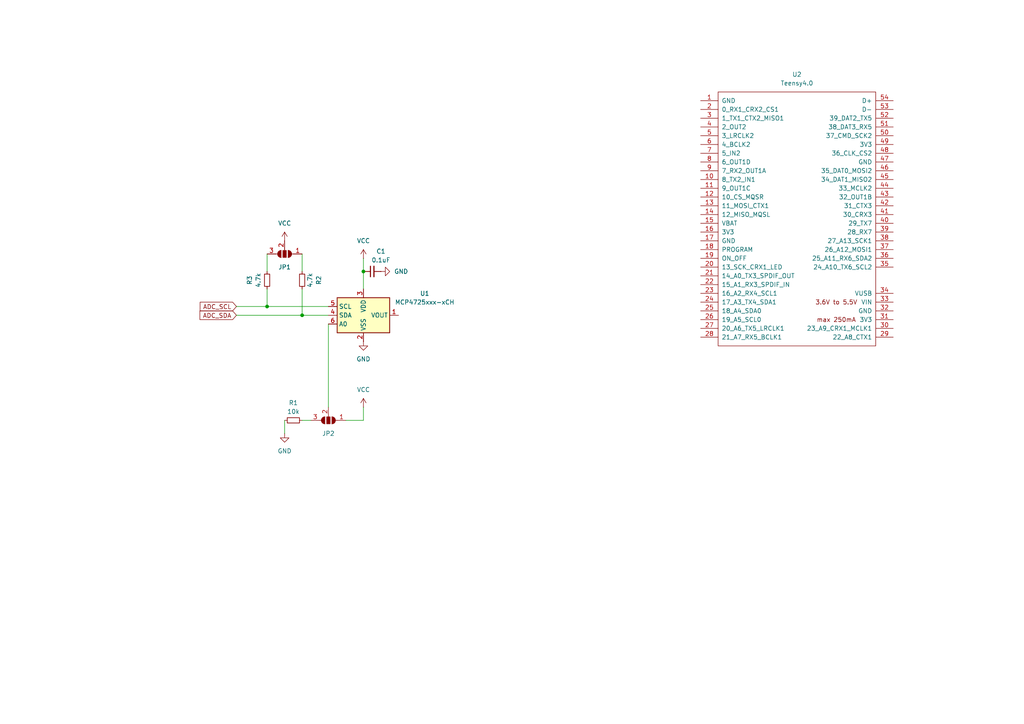
<source format=kicad_sch>
(kicad_sch (version 20231120) (generator "eeschema") (generator_version "8.0")
  (paper "A4")
  (lib_symbols
    (symbol "Analog_DAC:MCP4725xxx-xCH"
      (property "Reference" "U" (at -6.35 6.35 0))
      (property "Value" "MCP4725xxx-xCH" (at 8.89 6.35 0))
      (symbol "MCP4725xxx-xCH_0_1"
        (rectangle (start -7.62 5.08) (end 7.62 -5.08) (stroke (width 0.254)) (fill (type background)))
      )
      (symbol "MCP4725xxx-xCH_1_1"
        (pin output line (at 10.16 0 180) (length 2.54) (name "VOUT") (number "1"))
        (pin power_in line (at 0 -7.62 90) (length 2.54) (name "VSS") (number "2"))
        (pin power_in line (at 0 7.62 270) (length 2.54) (name "VDD") (number "3"))
        (pin bidirectional line (at -10.16 0 0) (length 2.54) (name "SDA") (number "4"))
        (pin input line (at -10.16 2.54 0) (length 2.54) (name "SCL") (number "5"))
        (pin input line (at -10.16 -2.54 0) (length 2.54) (name "A0") (number "6"))
      )
    )
    (symbol "Device:C_Small" (pin_numbers hide) (pin_names (offset 0.254) hide)
      (property "Reference" "C" (at 0.254 1.778 0))
      (property "Value" "C_Small" (at 0.254 -2.032 0))
      (symbol "C_Small_0_1"
        (polyline (pts (xy -1.524 -0.508) (xy 1.524 -0.508)) (stroke (width 0.3302)))
        (polyline (pts (xy -1.524 0.508) (xy 1.524 0.508)) (stroke (width 0.3048)))
      )
      (symbol "C_Small_1_1"
        (pin passive line (at 0 2.54 270) (length 2.032) (name "~") (number "1"))
        (pin passive line (at 0 -2.54 90) (length 2.032) (name "~") (number "2"))
      )
    )
    (symbol "Device:R_Small" (pin_numbers hide) (pin_names (offset 0.254) hide)
      (property "Reference" "R" (at 0.762 0.508 0))
      (property "Value" "R_Small" (at 0.762 -1.016 0))
      (symbol "R_Small_0_1"
        (rectangle (start -0.762 1.778) (end 0.762 -1.778) (stroke (width 0.2032)))
      )
      (symbol "R_Small_1_1"
        (pin passive line (at 0 2.54 270) (length 0.762) (name "~") (number "1"))
        (pin passive line (at 0 -2.54 90) (length 0.762) (name "~") (number "2"))
      )
    )
    (symbol "Jumper:SolderJumper_3_Open" (pin_names (offset 0) hide) (exclude_from_sim yes) (in_bom no)
      (property "Reference" "JP" (at -2.54 -2.54 0))
      (property "Value" "SolderJumper_3_Open" (at 0 2.794 0))
      (symbol "SolderJumper_3_Open_0_1"
        (arc (start -1.016 1.016) (mid -2.0276 0) (end -1.016 -1.016))
        (arc (start -1.016 1.016) (mid -2.0276 0) (end -1.016 -1.016) (fill (type outline)))
        (rectangle (start -0.508 1.016) (end 0.508 -1.016) (fill (type outline)))
        (polyline (pts (xy -2.54 0) (xy -2.032 0)))
        (polyline (pts (xy -1.016 1.016) (xy -1.016 -1.016)))
        (polyline (pts (xy 0 -1.27) (xy 0 -1.016)))
        (polyline (pts (xy 1.016 1.016) (xy 1.016 -1.016)))
        (polyline (pts (xy 2.54 0) (xy 2.032 0)))
        (arc (start 1.016 -1.016) (mid 2.0276 0) (end 1.016 1.016))
        (arc (start 1.016 -1.016) (mid 2.0276 0) (end 1.016 1.016) (fill (type outline)))
      )
      (symbol "SolderJumper_3_Open_1_1"
        (pin passive line (at -5.08 0 0) (length 2.54) (name "A") (number "1"))
        (pin passive line (at 0 -3.81 90) (length 2.54) (name "C") (number "2"))
        (pin passive line (at 5.08 0 180) (length 2.54) (name "B") (number "3"))
      )
    )
    (symbol "power:GND" (power) (pin_numbers hide) (pin_names (offset 0) hide)
      (property "Value" "GND" (at 0 -3.81 0))
      (symbol "GND_0_1"
        (polyline (pts (xy 0 0) (xy 0 -1.27) (xy 1.27 -1.27) (xy 0 -2.54) (xy -1.27 -1.27) (xy 0 -1.27)))
      )
      (symbol "GND_1_1"
        (pin power_in line (at 0 0 270) (length 0) (name "~") (number "1"))
      )
    )
    (symbol "power:VCC" (power) (pin_numbers hide) (pin_names (offset 0) hide)
      (property "Value" "VCC" (at 0 3.556 0))
      (symbol "VCC_0_1"
        (polyline (pts (xy -0.762 1.27) (xy 0 2.54)))
        (polyline (pts (xy 0 0) (xy 0 2.54)))
        (polyline (pts (xy 0 2.54) (xy 0.762 1.27)))
      )
      (symbol "VCC_1_1"
        (pin power_in line (at 0 0 90) (length 0) (name "~") (number "1"))
      )
    )
    (symbol "teensy:Teensy4.0" (pin_names (offset 1.016))
      (property "Reference" "U" (at 0 39.37 0))
      (property "Value" "Teensy4.0" (at 0 -39.37 0))
      (symbol "Teensy4.0_0_0"
        (text "3.6V to 5.5V" (at 11.43 -24.13 0) (effects (font (size 1.27 1.27))))
        (text "max 250mA" (at 11.43 -29.21 0) (effects (font (size 1.27 1.27))))
        (pin bidirectional line (at -27.94 11.43 0) (length 5.08) (name "8_TX2_IN1") (number "10"))
        (pin bidirectional line (at -27.94 8.89 0) (length 5.08) (name "9_OUT1C") (number "11"))
        (pin bidirectional line (at -27.94 6.35 0) (length 5.08) (name "10_CS_MQSR") (number "12"))
        (pin bidirectional line (at -27.94 3.81 0) (length 5.08) (name "11_MOSI_CTX1") (number "13"))
        (pin bidirectional line (at -27.94 1.27 0) (length 5.08) (name "12_MISO_MQSL") (number "14"))
        (pin power_in line (at -27.94 -1.27 0) (length 5.08) (name "VBAT") (number "15"))
        (pin power_in line (at -27.94 -3.81 0) (length 5.08) (name "3V3") (number "16"))
        (pin power_in line (at -27.94 -6.35 0) (length 5.08) (name "GND") (number "17"))
        (pin input line (at -27.94 -8.89 0) (length 5.08) (name "PROGRAM") (number "18"))
        (pin input line (at -27.94 -11.43 0) (length 5.08) (name "ON_OFF") (number "19"))
        (pin bidirectional line (at -27.94 -13.97 0) (length 5.08) (name "13_SCK_CRX1_LED") (number "20"))
        (pin bidirectional line (at -27.94 -16.51 0) (length 5.08) (name "14_A0_TX3_SPDIF_OUT") (number "21"))
        (pin bidirectional line (at -27.94 -19.05 0) (length 5.08) (name "15_A1_RX3_SPDIF_IN") (number "22"))
        (pin bidirectional line (at -27.94 -21.59 0) (length 5.08) (name "16_A2_RX4_SCL1") (number "23"))
        (pin bidirectional line (at -27.94 -24.13 0) (length 5.08) (name "17_A3_TX4_SDA1") (number "24"))
        (pin bidirectional line (at -27.94 -26.67 0) (length 5.08) (name "18_A4_SDA0") (number "25"))
        (pin bidirectional line (at -27.94 -29.21 0) (length 5.08) (name "19_A5_SCL0") (number "26"))
        (pin bidirectional line (at -27.94 -31.75 0) (length 5.08) (name "20_A6_TX5_LRCLK1") (number "27"))
        (pin bidirectional line (at -27.94 -34.29 0) (length 5.08) (name "21_A7_RX5_BCLK1") (number "28"))
        (pin bidirectional line (at 27.94 -34.29 180) (length 5.08) (name "22_A8_CTX1") (number "29"))
        (pin bidirectional line (at 27.94 -31.75 180) (length 5.08) (name "23_A9_CRX1_MCLK1") (number "30"))
        (pin power_out line (at 27.94 -29.21 180) (length 5.08) (name "3V3") (number "31"))
        (pin power_in line (at 27.94 -26.67 180) (length 5.08) (name "GND") (number "32"))
        (pin power_in line (at 27.94 -24.13 180) (length 5.08) (name "VIN") (number "33"))
        (pin power_out line (at 27.94 -21.59 180) (length 5.08) (name "VUSB") (number "34"))
        (pin bidirectional line (at 27.94 -13.97 180) (length 5.08) (name "24_A10_TX6_SCL2") (number "35"))
        (pin bidirectional line (at 27.94 -11.43 180) (length 5.08) (name "25_A11_RX6_SDA2") (number "36"))
        (pin bidirectional line (at 27.94 -8.89 180) (length 5.08) (name "26_A12_MOSI1") (number "37"))
        (pin bidirectional line (at 27.94 -6.35 180) (length 5.08) (name "27_A13_SCK1") (number "38"))
        (pin bidirectional line (at 27.94 -3.81 180) (length 5.08) (name "28_RX7") (number "39"))
        (pin bidirectional line (at 27.94 -1.27 180) (length 5.08) (name "29_TX7") (number "40"))
        (pin bidirectional line (at 27.94 1.27 180) (length 5.08) (name "30_CRX3") (number "41"))
        (pin bidirectional line (at 27.94 3.81 180) (length 5.08) (name "31_CTX3") (number "42"))
        (pin bidirectional line (at 27.94 6.35 180) (length 5.08) (name "32_OUT1B") (number "43"))
        (pin bidirectional line (at 27.94 8.89 180) (length 5.08) (name "33_MCLK2") (number "44"))
        (pin bidirectional line (at 27.94 11.43 180) (length 5.08) (name "34_DAT1_MISO2") (number "45"))
        (pin bidirectional line (at 27.94 13.97 180) (length 5.08) (name "35_DAT0_MOSI2") (number "46"))
        (pin power_out line (at 27.94 16.51 180) (length 5.08) (name "GND") (number "47"))
        (pin bidirectional line (at 27.94 19.05 180) (length 5.08) (name "36_CLK_CS2") (number "48"))
        (pin power_out line (at 27.94 21.59 180) (length 5.08) (name "3V3") (number "49"))
        (pin bidirectional line (at -27.94 24.13 0) (length 5.08) (name "3_LRCLK2") (number "5"))
        (pin bidirectional line (at 27.94 24.13 180) (length 5.08) (name "37_CMD_SCK2") (number "50"))
        (pin bidirectional line (at 27.94 26.67 180) (length 5.08) (name "38_DAT3_RX5") (number "51"))
        (pin bidirectional line (at 27.94 29.21 180) (length 5.08) (name "39_DAT2_TX5") (number "52"))
        (pin bidirectional line (at 27.94 31.75 180) (length 5.08) (name "D-") (number "53"))
        (pin bidirectional line (at 27.94 34.29 180) (length 5.08) (name "D+") (number "54"))
        (pin bidirectional line (at -27.94 21.59 0) (length 5.08) (name "4_BCLK2") (number "6"))
        (pin bidirectional line (at -27.94 19.05 0) (length 5.08) (name "5_IN2") (number "7"))
        (pin bidirectional line (at -27.94 16.51 0) (length 5.08) (name "6_OUT1D") (number "8"))
        (pin bidirectional line (at -27.94 13.97 0) (length 5.08) (name "7_RX2_OUT1A") (number "9"))
      )
      (symbol "Teensy4.0_0_1"
        (rectangle (start -22.86 36.83) (end 22.86 -36.83))
        (rectangle (start -20.32 -31.75) (end -20.32 -31.75))
      )
      (symbol "Teensy4.0_1_1"
        (pin power_in line (at -27.94 34.29 0) (length 5.08) (name "GND") (number "1"))
        (pin bidirectional line (at -27.94 31.75 0) (length 5.08) (name "0_RX1_CRX2_CS1") (number "2"))
        (pin bidirectional line (at -27.94 29.21 0) (length 5.08) (name "1_TX1_CTX2_MISO1") (number "3"))
        (pin bidirectional line (at -27.94 26.67 0) (length 5.08) (name "2_OUT2") (number "4"))
      )
    )
  )
  (junction (at 87.63 91.44))
  (junction (at 105.41 78.74))
  (junction (at 77.47 88.9))
  (wire (pts (xy 82.55 121.92) (xy 82.55 125.73)))
  (wire (pts (xy 77.47 73.66) (xy 77.47 78.74)))
  (wire (pts (xy 77.47 83.82) (xy 77.47 88.9)))
  (wire (pts (xy 100.33 121.92) (xy 105.41 121.92)))
  (wire (pts (xy 95.25 93.98) (xy 95.25 118.11)))
  (wire (pts (xy 87.63 83.82) (xy 87.63 91.44)))
  (wire (pts (xy 68.58 88.9) (xy 77.47 88.9)))
  (wire (pts (xy 87.63 73.66) (xy 87.63 78.74)))
  (wire (pts (xy 87.63 121.92) (xy 90.17 121.92)))
  (wire (pts (xy 105.41 78.74) (xy 105.41 83.82)))
  (wire (pts (xy 68.58 91.44) (xy 87.63 91.44)))
  (wire (pts (xy 87.63 91.44) (xy 95.25 91.44)))
  (wire (pts (xy 105.41 118.11) (xy 105.41 121.92)))
  (wire (pts (xy 77.47 88.9) (xy 95.25 88.9)))
  (wire (pts (xy 105.41 74.93) (xy 105.41 78.74)))
  (global_label "ADC_SCL" (shape input) (at 68.58 88.9 180) (property "Intersheetrefs" "${INTERSHEET_REFS}" (effects (hide yes))))
  (global_label "ADC_SDA" (shape input) (at 68.58 91.44 180) (property "Intersheetrefs" "${INTERSHEET_REFS}" (effects (hide yes))))
  (symbol (lib_id "Analog_DAC:MCP4725xxx-xCH") (at 105.41 91.44 0) (unit 1)
    (property "Reference" "U1" (at 123.19 85.1214 0))
    (property "Value" "MCP4725xxx-xCH" (at 123.19 87.6614 0))
    (property "Footprint" "Package_TO_SOT_SMD:SOT-23-6" (effects (hide yes)))
    (property "Datasheet" "http://ww1.microchip.com/downloads/en/DeviceDoc/22039d.pdf" (effects (hide yes)))
    (property "Description" "12-bit Digital-to-Analog Converter, integrated EEPROM, I2C interface, SOT-23-6" (effects (hide yes)))
  )
  (symbol (lib_id "Jumper:SolderJumper_3_Open") (at 95.25 121.92 180) (unit 1) (exclude_from_sim yes) (in_bom no)
    (property "Reference" "JP2" (at 95.25 125.73 0))
    (property "Value" "SolderJumper_3_Open" (effects (hide yes)))
    (property "Description" "Solder Jumper, 3-pole, open" (effects (hide yes)))
  )
  (symbol (lib_id "power:VCC") (at 105.41 118.11 0) (unit 1)
    (property "Reference" "#PWR2" (effects (hide yes)))
    (property "Value" "VCC" (at 105.41 113.03 0))
    (property "Description" "Power symbol creates a global label with name \"VCC\"" (effects (hide yes)))
  )
  (symbol (lib_id "power:VCC") (at 82.55 69.85 0) (unit 1)
    (property "Reference" "#PWR5" (effects (hide yes)))
    (property "Value" "VCC" (at 82.55 64.77 0))
    (property "Description" "Power symbol creates a global label with name \"VCC\"" (effects (hide yes)))
  )
  (symbol (lib_id "Device:R_Small") (at 87.63 81.28 0) (unit 1)
    (property "Reference" "R2" (at 92.456 81.28 90))
    (property "Value" "4.7k" (at 89.916 81.28 90))
    (property "Description" "Resistor, small symbol" (effects (hide yes)))
  )
  (symbol (lib_id "Device:C_Small") (at 107.95 78.74 90) (unit 1)
    (property "Reference" "C1" (at 110.49 72.898 90))
    (property "Value" "0.1uF" (at 110.49 75.438 90))
    (property "Description" "Unpolarized capacitor, small symbol" (effects (hide yes)))
  )
  (symbol (lib_id "Device:R_Small") (at 85.09 121.92 270) (unit 1)
    (property "Reference" "R1" (at 85.09 116.84 90))
    (property "Value" "10k" (at 85.09 119.38 90))
    (property "Description" "Resistor, small symbol" (effects (hide yes)))
  )
  (symbol (lib_id "power:GND") (at 105.41 99.06 0) (unit 1)
    (property "Reference" "#PWR4" (effects (hide yes)))
    (property "Value" "GND" (at 105.41 104.14 0))
    (property "Description" "Power symbol creates a global label with name \"GND\" , ground" (effects (hide yes)))
  )
  (symbol (lib_id "power:GND") (at 82.55 125.73 0) (unit 1)
    (property "Reference" "#PWR1" (effects (hide yes)))
    (property "Value" "GND" (at 82.55 130.81 0))
    (property "Description" "Power symbol creates a global label with name \"GND\" , ground" (effects (hide yes)))
  )
  (symbol (lib_id "power:GND") (at 110.49 78.74 90) (unit 1)
    (property "Reference" "#PWR6" (effects (hide yes)))
    (property "Value" "GND" (at 114.3 78.7399 90) (effects (justify right)))
    (property "Description" "Power symbol creates a global label with name \"GND\" , ground" (effects (hide yes)))
  )
  (symbol (lib_id "Device:R_Small") (at 77.47 81.28 0) (unit 1)
    (property "Reference" "R3" (at 72.39 81.28 90))
    (property "Value" "4.7k" (at 74.93 81.28 90))
    (property "Description" "Resistor, small symbol" (effects (hide yes)))
  )
  (symbol (lib_id "power:VCC") (at 105.41 74.93 0) (unit 1)
    (property "Reference" "#PWR3" (effects (hide yes)))
    (property "Value" "VCC" (at 105.41 69.85 0))
    (property "Description" "Power symbol creates a global label with name \"VCC\"" (effects (hide yes)))
  )
  (symbol (lib_id "Jumper:SolderJumper_3_Open") (at 82.55 73.66 180) (unit 1) (exclude_from_sim yes) (in_bom no)
    (property "Reference" "JP1" (at 82.55 77.47 0))
    (property "Value" "SolderJumper_3_Open" (effects (hide yes)))
    (property "Description" "Solder Jumper, 3-pole, open" (effects (hide yes)))
  )
  (symbol (lib_id "teensy:Teensy4.0") (at 231.14 63.5 0) (unit 1)
    (property "Reference" "U2" (at 231.14 21.59 0))
    (property "Value" "Teensy4.0" (at 231.14 24.13 0))
  )
)
</source>
